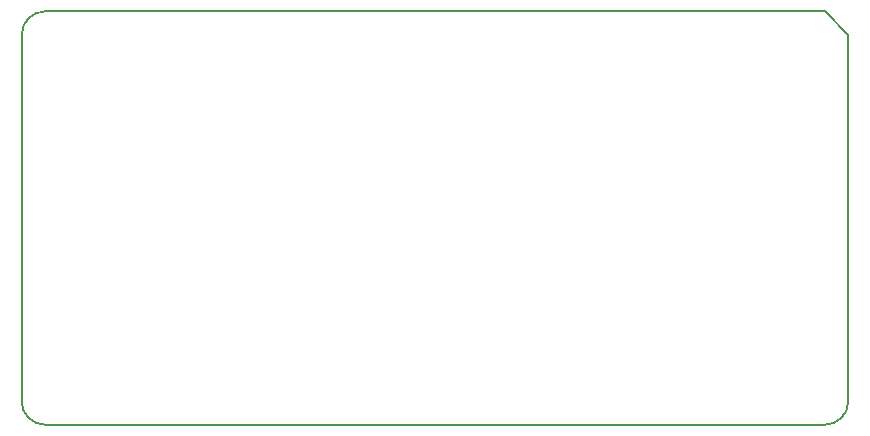
<source format=gbr>
%TF.GenerationSoftware,KiCad,Pcbnew,(5.1.9)-1*%
%TF.CreationDate,2021-06-04T17:33:06+02:00*%
%TF.ProjectId,Yarra_Experimenter,59617272-615f-4457-9870-6572696d656e,rev?*%
%TF.SameCoordinates,Original*%
%TF.FileFunction,OtherDrawing,Comment*%
%FSLAX46Y46*%
G04 Gerber Fmt 4.6, Leading zero omitted, Abs format (unit mm)*
G04 Created by KiCad (PCBNEW (5.1.9)-1) date 2021-06-04 17:33:06*
%MOMM*%
%LPD*%
G01*
G04 APERTURE LIST*
%ADD10C,0.150000*%
G04 APERTURE END LIST*
D10*
X130000000Y-73000000D02*
G75*
G02*
X128000000Y-75000000I-2000000J0D01*
G01*
X128000000Y-40000000D02*
X127000000Y-40000000D01*
X130000000Y-42000000D02*
X130000000Y-43000000D01*
X128000000Y-40000000D02*
X130000000Y-42000000D01*
X60000000Y-42000000D02*
G75*
G02*
X62000000Y-40000000I2000000J0D01*
G01*
X62000000Y-75000000D02*
G75*
G02*
X60000000Y-73000000I0J2000000D01*
G01*
X60000000Y-73000000D02*
X60000000Y-42000000D01*
X128000000Y-75000000D02*
X62000000Y-75000000D01*
X130000000Y-43000000D02*
X130000000Y-73000000D01*
X62000000Y-40000000D02*
X127000000Y-40000000D01*
M02*

</source>
